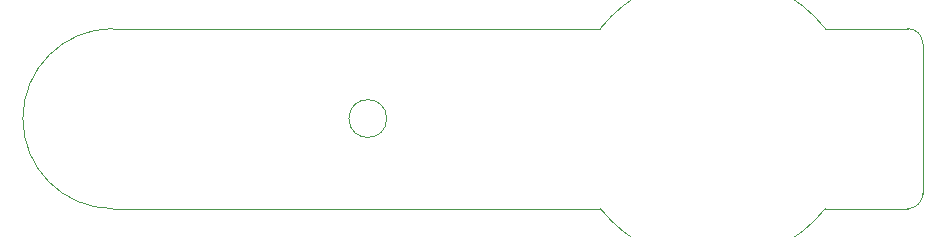
<source format=gbr>
%TF.GenerationSoftware,KiCad,Pcbnew,(7.0.0)*%
%TF.CreationDate,2023-02-26T22:34:47+01:00*%
%TF.ProjectId,Prj_1_LED_torch,50726a5f-315f-44c4-9544-5f746f726368,0.1*%
%TF.SameCoordinates,Original*%
%TF.FileFunction,Profile,NP*%
%FSLAX46Y46*%
G04 Gerber Fmt 4.6, Leading zero omitted, Abs format (unit mm)*
G04 Created by KiCad (PCBNEW (7.0.0)) date 2023-02-26 22:34:47*
%MOMM*%
%LPD*%
G01*
G04 APERTURE LIST*
%TA.AperFunction,Profile*%
%ADD10C,0.100000*%
%TD*%
%TA.AperFunction,Profile*%
%ADD11C,0.050000*%
%TD*%
G04 APERTURE END LIST*
D10*
X133680000Y-146050000D02*
G75*
G03*
X133680000Y-146050000I-1600000J0D01*
G01*
D11*
X179070000Y-152400000D02*
X179070000Y-139700000D01*
X170814999Y-153670000D02*
X177800000Y-153670000D01*
X179070000Y-139700000D02*
G75*
G03*
X177800000Y-138430000I-1270000J0D01*
G01*
X151765002Y-153669999D02*
G75*
G03*
X170814998Y-153669999I9524998J7619999D01*
G01*
X170814998Y-138430001D02*
G75*
G03*
X151765002Y-138430001I-9524998J-7619999D01*
G01*
X151765001Y-153670000D02*
X110490000Y-153670000D01*
X177800000Y-153670000D02*
G75*
G03*
X179070000Y-152400000I0J1270000D01*
G01*
X170814999Y-138430000D02*
X177800000Y-138430000D01*
X110490000Y-138430000D02*
G75*
G03*
X110490000Y-153670000I0J-7620000D01*
G01*
X110490000Y-138430000D02*
X151765001Y-138430000D01*
M02*

</source>
